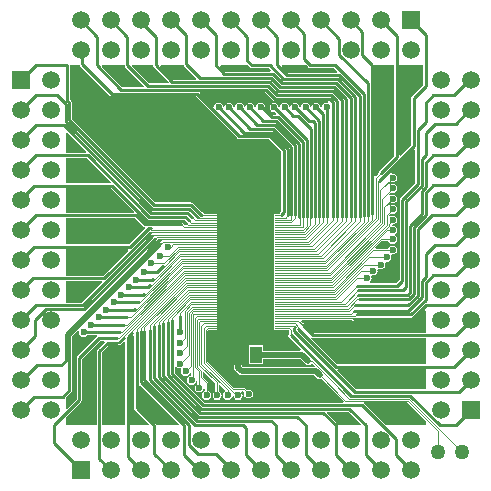
<source format=gtl>
G04*
G04 #@! TF.GenerationSoftware,Altium Limited,Altium Designer,19.1.5 (86)*
G04*
G04 Layer_Physical_Order=1*
G04 Layer_Color=255*
%FSLAX25Y25*%
%MOIN*%
G70*
G01*
G75*
%ADD11C,0.01000*%
%ADD15R,0.05000X0.06500*%
%ADD16R,0.04000X0.05500*%
%ADD17C,0.00400*%
%ADD26C,0.02000*%
%ADD27C,0.00300*%
%ADD28R,0.14496X0.68433*%
%ADD29C,0.05906*%
%ADD30R,0.05906X0.05906*%
%ADD31R,0.05906X0.05906*%
%ADD32C,0.05000*%
%ADD33C,0.02362*%
G36*
X81423Y139423D02*
X81688Y139246D01*
X82000Y139184D01*
X82000Y139184D01*
X87662D01*
X88488Y138358D01*
X88297Y137896D01*
X73257D01*
X71615Y139538D01*
X71807Y140000D01*
X80847D01*
X81423Y139423D01*
D02*
G37*
G36*
X100923Y139423D02*
X100923Y139423D01*
X101188Y139246D01*
X101500Y139184D01*
X101500Y139184D01*
X109462D01*
X110623Y138024D01*
X110431Y137562D01*
X94092D01*
X92115Y139538D01*
X92307Y140000D01*
X100347D01*
X100923Y139423D01*
D02*
G37*
G36*
X59423Y139923D02*
X63588Y135758D01*
X63397Y135296D01*
X55857D01*
X51616Y139538D01*
X51807Y140000D01*
X59372D01*
X59423Y139923D01*
D02*
G37*
G36*
X49246Y139688D02*
X49423Y139423D01*
X54388Y134458D01*
X54197Y133996D01*
X47657D01*
X42116Y139538D01*
X42307Y140000D01*
X49184D01*
X49246Y139688D01*
D02*
G37*
G36*
X39746D02*
X39923Y139423D01*
X46188Y133158D01*
X45997Y132696D01*
X38957D01*
X32116Y139538D01*
X32307Y140000D01*
X39684D01*
X39746Y139688D01*
D02*
G37*
G36*
X89285Y128369D02*
X89549Y128193D01*
X89862Y128130D01*
X89862Y128130D01*
X107379D01*
X107710Y127756D01*
X107237Y127463D01*
X107000Y127510D01*
X106422Y127395D01*
X105932Y127068D01*
X105605Y126578D01*
X105555Y126328D01*
X105002Y126108D01*
X104986Y126119D01*
X104895Y126578D01*
X104568Y127068D01*
X104078Y127395D01*
X103500Y127510D01*
X102922Y127395D01*
X102432Y127068D01*
X102105Y126578D01*
X102055Y126328D01*
X101502Y126108D01*
X101486Y126119D01*
X101395Y126578D01*
X101068Y127068D01*
X100578Y127395D01*
X100000Y127510D01*
X99422Y127395D01*
X98932Y127068D01*
X98605Y126578D01*
X98555Y126328D01*
X98002Y126108D01*
X97986Y126119D01*
X97895Y126578D01*
X97568Y127068D01*
X97078Y127395D01*
X96500Y127510D01*
X95922Y127395D01*
X95432Y127068D01*
X95105Y126578D01*
X95055Y126328D01*
X94502Y126108D01*
X94486Y126119D01*
X94395Y126578D01*
X94068Y127068D01*
X93578Y127395D01*
X93000Y127510D01*
X92422Y127395D01*
X91932Y127068D01*
X91605Y126578D01*
X91555Y126328D01*
X91002Y126108D01*
X90986Y126119D01*
X90895Y126578D01*
X90568Y127068D01*
X90078Y127395D01*
X89500Y127510D01*
X88922Y127395D01*
X88432Y127068D01*
X88105Y126578D01*
X87990Y126000D01*
X88105Y125422D01*
X88432Y124932D01*
X88922Y124605D01*
X89500Y124490D01*
X89797Y124549D01*
X90238Y124108D01*
X90047Y123646D01*
X89007D01*
X86475Y126179D01*
X86395Y126578D01*
X86068Y127068D01*
X85578Y127395D01*
X85000Y127510D01*
X84422Y127395D01*
X83932Y127068D01*
X83605Y126578D01*
X83555Y126328D01*
X83002Y126108D01*
X82986Y126119D01*
X82895Y126578D01*
X82568Y127068D01*
X82078Y127395D01*
X81500Y127510D01*
X80922Y127395D01*
X80432Y127068D01*
X80105Y126578D01*
X80055Y126328D01*
X79502Y126108D01*
X79486Y126119D01*
X79395Y126578D01*
X79068Y127068D01*
X78578Y127395D01*
X78000Y127510D01*
X77422Y127395D01*
X76932Y127068D01*
X76605Y126578D01*
X76555Y126328D01*
X76002Y126108D01*
X75986Y126119D01*
X75895Y126578D01*
X75568Y127068D01*
X75078Y127395D01*
X74500Y127510D01*
X73922Y127395D01*
X73432Y127068D01*
X73105Y126578D01*
X73055Y126328D01*
X72502Y126108D01*
X72486Y126119D01*
X72395Y126578D01*
X72068Y127068D01*
X71578Y127395D01*
X71000Y127510D01*
X70422Y127395D01*
X69932Y127068D01*
X69605Y126578D01*
X69584Y126475D01*
X69042Y126310D01*
X64749Y130603D01*
X64940Y131065D01*
X86589D01*
X89285Y128369D01*
D02*
G37*
G36*
X26907Y111278D02*
X26716Y110816D01*
X20000D01*
Y117532D01*
X20462Y117723D01*
X26907Y111278D01*
D02*
G37*
G36*
X139184Y133338D02*
X135489Y129642D01*
X135312Y129377D01*
X135250Y129065D01*
X135250Y129065D01*
Y113403D01*
X131668Y109821D01*
X131168Y110028D01*
Y140000D01*
X139184D01*
Y133338D01*
D02*
G37*
G36*
X129536Y109690D02*
X124423Y104577D01*
X124246Y104312D01*
X124184Y104000D01*
X124193Y103958D01*
X123316Y103081D01*
X122816Y103288D01*
Y140000D01*
X129536D01*
Y109690D01*
D02*
G37*
G36*
X136550Y111743D02*
Y100719D01*
X131623Y95792D01*
X131446Y95528D01*
X131384Y95215D01*
X131384Y95215D01*
Y68538D01*
X130162Y67316D01*
X121545D01*
X121394Y67816D01*
X121568Y67932D01*
X121895Y68422D01*
X122010Y69000D01*
X121895Y69578D01*
X121878Y69604D01*
X122178Y70054D01*
X122500Y69990D01*
X123078Y70105D01*
X123568Y70432D01*
X123895Y70922D01*
X124010Y71500D01*
X123946Y71821D01*
X124396Y72122D01*
X124422Y72105D01*
X125000Y71990D01*
X125578Y72105D01*
X126068Y72432D01*
X126395Y72922D01*
X126510Y73500D01*
X126395Y74078D01*
X126378Y74104D01*
X126679Y74554D01*
X127000Y74490D01*
X127578Y74605D01*
X128068Y74932D01*
X128395Y75422D01*
X128510Y76000D01*
X128395Y76578D01*
X128378Y76604D01*
X128679Y77054D01*
X129000Y76990D01*
X129578Y77105D01*
X130068Y77432D01*
X130395Y77922D01*
X130510Y78500D01*
X130395Y79078D01*
X130068Y79568D01*
X129578Y79895D01*
X129000Y80010D01*
X128422Y79895D01*
X127932Y79568D01*
X127605Y79078D01*
X127569Y78900D01*
X123359D01*
X123168Y79362D01*
X125264Y81459D01*
X127597D01*
X127605Y81422D01*
X127932Y80932D01*
X128422Y80605D01*
X129000Y80490D01*
X129578Y80605D01*
X130068Y80932D01*
X130395Y81422D01*
X130510Y82000D01*
X130395Y82578D01*
X130068Y83068D01*
X129871Y83199D01*
Y83801D01*
X130068Y83932D01*
X130395Y84422D01*
X130510Y85000D01*
X130395Y85578D01*
X130068Y86068D01*
X129578Y86395D01*
X129000Y86510D01*
X128983Y86507D01*
X128784Y86731D01*
X128910Y86882D01*
X129061Y87002D01*
X129578Y87105D01*
X130068Y87432D01*
X130395Y87922D01*
X130510Y88500D01*
X130395Y89078D01*
X130068Y89568D01*
X129578Y89895D01*
X129000Y90010D01*
X128422Y89895D01*
X128258Y89785D01*
X127939Y90174D01*
X128391Y90626D01*
X128422Y90605D01*
X129000Y90490D01*
X129578Y90605D01*
X130068Y90932D01*
X130395Y91422D01*
X130510Y92000D01*
X130395Y92578D01*
X130068Y93068D01*
X129578Y93395D01*
X129000Y93510D01*
X128422Y93395D01*
X128258Y93286D01*
X127939Y93674D01*
X128391Y94126D01*
X128422Y94105D01*
X129000Y93990D01*
X129578Y94105D01*
X130068Y94432D01*
X130395Y94922D01*
X130510Y95500D01*
X130395Y96078D01*
X130068Y96568D01*
X129578Y96895D01*
X129000Y97010D01*
X128422Y96895D01*
X128258Y96785D01*
X127939Y97174D01*
X128391Y97626D01*
X128422Y97605D01*
X129000Y97490D01*
X129578Y97605D01*
X130068Y97932D01*
X130395Y98422D01*
X130510Y99000D01*
X130395Y99578D01*
X130068Y100068D01*
X129578Y100395D01*
X129000Y100510D01*
X128422Y100395D01*
X128258Y100285D01*
X127939Y100674D01*
X128391Y101126D01*
X128422Y101105D01*
X129000Y100990D01*
X129578Y101105D01*
X130068Y101432D01*
X130395Y101922D01*
X130510Y102500D01*
X130395Y103078D01*
X130068Y103568D01*
X129578Y103895D01*
X129000Y104010D01*
X128839Y103978D01*
X128592Y104439D01*
X136088Y111934D01*
X136550Y111743D01*
D02*
G37*
G36*
X35146Y101200D02*
X34939Y100700D01*
X20000D01*
Y109184D01*
X27162D01*
X35146Y101200D01*
D02*
G37*
G36*
X42907Y91278D02*
X42716Y90816D01*
X20000D01*
Y99069D01*
X35116D01*
X42907Y91278D01*
D02*
G37*
G36*
X45923Y86423D02*
X46188Y86246D01*
X46353Y86214D01*
X46539Y85806D01*
X46550Y85703D01*
X41162Y80316D01*
X20000D01*
Y89184D01*
X43162D01*
X45923Y86423D01*
D02*
G37*
G36*
X40907Y78222D02*
X32501Y69816D01*
X20000D01*
Y78684D01*
X40716D01*
X40907Y78222D01*
D02*
G37*
G36*
X32246Y67722D02*
X25392Y60868D01*
X20000D01*
Y68184D01*
X32054D01*
X32246Y67722D01*
D02*
G37*
G36*
X140000Y58193D02*
Y50816D01*
X102838D01*
X99577Y54077D01*
X99312Y54254D01*
X99000Y54316D01*
X98958Y54307D01*
X98568Y54697D01*
X98760Y55159D01*
X115466D01*
X115623Y54923D01*
X115888Y54746D01*
X116200Y54684D01*
X135500D01*
X135500Y54684D01*
X135812Y54746D01*
X136077Y54923D01*
X139538Y58385D01*
X140000Y58193D01*
D02*
G37*
G36*
X39841Y47821D02*
Y20006D01*
X32063D01*
Y44409D01*
X34338Y46684D01*
X37219D01*
X37531Y46746D01*
X37778Y46911D01*
X37914Y46884D01*
X38226Y46946D01*
X38491Y47123D01*
X39379Y48012D01*
X39841Y47821D01*
D02*
G37*
G36*
X24876Y139971D02*
X34923Y129923D01*
X34923Y129923D01*
X35188Y129746D01*
X35500Y129684D01*
X63360D01*
X77291Y115754D01*
X77291Y115754D01*
X77555Y115577D01*
X77868Y115515D01*
X87801D01*
X91884Y111431D01*
Y91401D01*
X91360Y90877D01*
X91203Y90641D01*
X89937D01*
X89554Y90483D01*
X89429Y90179D01*
X89396Y90100D01*
X89396Y90100D01*
X89548Y89700D01*
X89396Y89300D01*
X89396Y89300D01*
X89396Y89300D01*
X89548Y88900D01*
X89396Y88500D01*
X89396Y88500D01*
X89396Y88500D01*
X89548Y88100D01*
X89396Y87700D01*
X89396Y87700D01*
X89396Y87700D01*
X89548Y87300D01*
X89396Y86900D01*
X89396Y86900D01*
X89396Y86900D01*
X89548Y86500D01*
X89396Y86100D01*
X89396Y86100D01*
X89396Y86100D01*
X89548Y85700D01*
X89396Y85300D01*
X89396Y85300D01*
X89396Y85300D01*
X89548Y84900D01*
X89396Y84500D01*
X89396Y84500D01*
X89396Y84500D01*
X89548Y84100D01*
X89396Y83700D01*
X89396Y83700D01*
X89396Y83700D01*
X89548Y83300D01*
X89396Y82900D01*
X89396Y82900D01*
X89396Y82900D01*
X89548Y82500D01*
X89396Y82100D01*
X89396Y82100D01*
X89396Y82100D01*
X89548Y81700D01*
X89396Y81300D01*
X89396Y81300D01*
X89396Y81300D01*
X89548Y80900D01*
X89396Y80500D01*
X89396Y80500D01*
X89396Y80500D01*
X89548Y80100D01*
X89396Y79700D01*
X89396Y79700D01*
X89396Y79700D01*
X89548Y79300D01*
X89396Y78900D01*
X89396Y78900D01*
X89396Y78900D01*
X89548Y78500D01*
X89396Y78100D01*
X89396Y78100D01*
X89396Y78100D01*
X89548Y77700D01*
X89396Y77300D01*
X89396Y77300D01*
X89396Y77300D01*
X89548Y76900D01*
X89396Y76500D01*
X89396Y76500D01*
X89396Y76500D01*
X89548Y76100D01*
X89396Y75700D01*
X89396Y75700D01*
X89396Y75700D01*
X89548Y75300D01*
X89396Y74900D01*
X89396Y74900D01*
X89396Y74900D01*
X89548Y74500D01*
X89396Y74100D01*
X89396Y74100D01*
X89396Y74100D01*
X89548Y73700D01*
X89396Y73300D01*
X89396Y73300D01*
X89396Y73300D01*
X89548Y72900D01*
X89396Y72500D01*
X89396Y72500D01*
X89396Y72500D01*
X89548Y72100D01*
X89396Y71700D01*
X89396Y71700D01*
X89396Y71700D01*
X89548Y71300D01*
X89396Y70900D01*
X89396Y70900D01*
X89396Y70900D01*
X89548Y70500D01*
X89396Y70100D01*
X89396Y70100D01*
X89396Y70100D01*
X89548Y69700D01*
X89396Y69300D01*
X89396Y69300D01*
X89396Y69300D01*
X89548Y68900D01*
X89396Y68500D01*
X89396Y68500D01*
X89396Y68500D01*
X89548Y68100D01*
X89396Y67700D01*
X89396Y67700D01*
X89396Y67700D01*
X89548Y67300D01*
X89396Y66900D01*
X89396Y66900D01*
X89396Y66900D01*
X89548Y66500D01*
X89396Y66100D01*
X89396Y66100D01*
X89396Y66100D01*
X89548Y65700D01*
X89396Y65300D01*
X89396Y65300D01*
X89396Y65300D01*
X89548Y64900D01*
X89396Y64500D01*
X89396Y64500D01*
X89396Y64500D01*
X89548Y64100D01*
X89396Y63700D01*
X89396Y63700D01*
X89396Y63700D01*
X89548Y63300D01*
X89396Y62900D01*
X89396Y62900D01*
X89396Y62900D01*
X89548Y62500D01*
X89396Y62100D01*
X89396Y62100D01*
X89396Y62100D01*
X89548Y61700D01*
X89396Y61300D01*
X89396Y61300D01*
X89396Y61300D01*
X89548Y60900D01*
X89396Y60500D01*
X89396Y60500D01*
X89396Y60500D01*
X89548Y60100D01*
X89396Y59700D01*
X89396Y59700D01*
X89396Y59700D01*
X89548Y59300D01*
X89396Y58900D01*
X89396Y58900D01*
X89396Y58900D01*
X89548Y58500D01*
X89396Y58100D01*
X89396Y58100D01*
X89396Y58100D01*
X89548Y57700D01*
X89396Y57300D01*
X89396Y57300D01*
X89396Y57300D01*
X89548Y56900D01*
X89396Y56500D01*
X89396Y56500D01*
X89396Y56500D01*
X89548Y56100D01*
X89396Y55700D01*
X89396Y55700D01*
X89396Y55700D01*
X89548Y55300D01*
X89396Y54900D01*
X89396Y54900D01*
X89396Y54900D01*
X89548Y54500D01*
X89396Y54100D01*
X89396Y54100D01*
X89396Y54100D01*
X89548Y53700D01*
X89396Y53300D01*
X89396Y53300D01*
X89396Y53300D01*
X89548Y52900D01*
X89396Y52500D01*
X89396Y52500D01*
X89554Y52117D01*
X89632Y52085D01*
X89937Y51959D01*
X94213D01*
X94459Y51713D01*
Y50600D01*
X94423Y50577D01*
X94246Y50312D01*
X94184Y50000D01*
X94246Y49688D01*
X94423Y49423D01*
X98421Y45426D01*
X98214Y44925D01*
X85800D01*
Y46650D01*
X81200D01*
Y40550D01*
X85800D01*
Y42274D01*
X98305D01*
X100040Y40540D01*
X100470Y40253D01*
X100977Y40152D01*
X101484Y40253D01*
X101914Y40540D01*
X102248Y40573D01*
X102995Y39825D01*
X102788Y39325D01*
X79221D01*
X78825Y39721D01*
Y42600D01*
X78800Y42728D01*
Y46650D01*
X74200D01*
Y40550D01*
X76174D01*
Y39172D01*
X76275Y38664D01*
X76563Y38234D01*
X77734Y37063D01*
X78164Y36775D01*
X78672Y36674D01*
X102915D01*
X103795Y35795D01*
X104225Y35508D01*
X104732Y35407D01*
X105199Y35500D01*
X112683Y28016D01*
X112476Y27516D01*
X66148D01*
X56316Y37348D01*
Y39455D01*
X56816Y39606D01*
X56932Y39432D01*
X57422Y39105D01*
X58000Y38990D01*
X58321Y39054D01*
X58622Y38604D01*
X58605Y38578D01*
X58490Y38000D01*
X58605Y37422D01*
X58932Y36932D01*
X59422Y36605D01*
X60000Y36490D01*
X60578Y36605D01*
X61068Y36932D01*
X61395Y37422D01*
X61440Y37647D01*
X61940Y37598D01*
Y36498D01*
X61422Y36395D01*
X60932Y36068D01*
X60605Y35578D01*
X60490Y35000D01*
X60605Y34422D01*
X60932Y33932D01*
X61422Y33605D01*
X62000Y33490D01*
X62578Y33605D01*
X63068Y33932D01*
X63395Y34422D01*
X63459Y34742D01*
X63959Y34693D01*
Y33902D01*
X63922Y33895D01*
X63432Y33568D01*
X63105Y33078D01*
X62990Y32500D01*
X63105Y31922D01*
X63432Y31432D01*
X63922Y31105D01*
X64500Y30990D01*
X65078Y31105D01*
X65568Y31432D01*
X65895Y31922D01*
X65959Y32242D01*
X66459Y32193D01*
Y31403D01*
X66422Y31395D01*
X65932Y31068D01*
X65605Y30578D01*
X65490Y30000D01*
X65605Y29422D01*
X65932Y28932D01*
X66422Y28605D01*
X67000Y28490D01*
X67578Y28605D01*
X68068Y28932D01*
X68395Y29422D01*
X68510Y30000D01*
X68395Y30578D01*
X68068Y31068D01*
X67578Y31395D01*
X67541Y31403D01*
Y34200D01*
X67383Y34583D01*
X67383Y34583D01*
X65741Y36224D01*
Y37676D01*
X66241Y37883D01*
X69959Y34166D01*
Y31403D01*
X69922Y31395D01*
X69432Y31068D01*
X69105Y30578D01*
X68990Y30000D01*
X69105Y29422D01*
X69432Y28932D01*
X69922Y28605D01*
X70500Y28490D01*
X71078Y28605D01*
X71568Y28932D01*
X71895Y29422D01*
X72010Y30000D01*
X71895Y30578D01*
X71568Y31068D01*
X71078Y31395D01*
X71041Y31403D01*
Y33420D01*
X71503Y33611D01*
X73267Y31847D01*
X73276Y31823D01*
X73215Y31257D01*
X72932Y31068D01*
X72605Y30578D01*
X72490Y30000D01*
X72605Y29422D01*
X72932Y28932D01*
X73422Y28605D01*
X74000Y28490D01*
X74578Y28605D01*
X75068Y28932D01*
X75395Y29422D01*
X75963Y29714D01*
X76011Y29693D01*
X76068Y29609D01*
X76105Y29422D01*
X76432Y28932D01*
X76922Y28605D01*
X77500Y28490D01*
X78078Y28605D01*
X78568Y28932D01*
X78895Y29422D01*
X79010Y30000D01*
X78895Y30578D01*
X78645Y30952D01*
X78833Y31386D01*
X79236Y31404D01*
X79373Y31283D01*
X79594Y31024D01*
X79490Y30500D01*
X79605Y29922D01*
X79932Y29432D01*
X80422Y29105D01*
X81000Y28990D01*
X81578Y29105D01*
X82068Y29432D01*
X82395Y29922D01*
X82510Y30500D01*
X82395Y31078D01*
X82068Y31568D01*
X81578Y31895D01*
X81000Y32010D01*
X80422Y31895D01*
X80391Y31874D01*
X79883Y32383D01*
X79500Y32541D01*
X79500Y32541D01*
X76084D01*
X67241Y41384D01*
Y51476D01*
X67661Y51896D01*
X70063D01*
X70446Y52054D01*
X70571Y52358D01*
X70604Y52437D01*
X70604Y52437D01*
X70452Y52837D01*
X70604Y53237D01*
X70604Y53237D01*
X70604Y53237D01*
X70452Y53637D01*
X70604Y54037D01*
X70604Y54037D01*
X70604Y54037D01*
X70452Y54437D01*
X70604Y54837D01*
X70604Y54837D01*
X70604Y54837D01*
X70452Y55237D01*
X70604Y55637D01*
X70604Y55637D01*
X70604Y55637D01*
X70452Y56037D01*
X70604Y56437D01*
X70604Y56437D01*
X70604Y56437D01*
X70452Y56837D01*
X70604Y57237D01*
X70604Y57237D01*
X70604Y57237D01*
X70452Y57637D01*
X70604Y58037D01*
X70604Y58037D01*
X70604Y58037D01*
X70452Y58437D01*
X70604Y58837D01*
X70604Y58837D01*
X70604Y58837D01*
X70452Y59237D01*
X70604Y59637D01*
X70604Y59637D01*
X70604Y59637D01*
X70452Y60037D01*
X70604Y60437D01*
X70604Y60437D01*
X70604Y60437D01*
X70452Y60837D01*
X70604Y61237D01*
X70604Y61237D01*
X70604Y61237D01*
X70452Y61637D01*
X70604Y62037D01*
X70604Y62037D01*
X70604Y62037D01*
X70452Y62437D01*
X70604Y62837D01*
X70604Y62837D01*
X70604Y62837D01*
X70452Y63237D01*
X70604Y63637D01*
X70604Y63637D01*
X70604Y63637D01*
X70452Y64037D01*
X70604Y64437D01*
X70604Y64437D01*
X70604Y64437D01*
X70452Y64837D01*
X70604Y65237D01*
X70604Y65237D01*
X70604Y65237D01*
X70452Y65637D01*
X70604Y66037D01*
X70604Y66037D01*
X70604Y66037D01*
X70452Y66437D01*
X70604Y66837D01*
X70604Y66837D01*
X70604Y66837D01*
X70452Y67237D01*
X70604Y67637D01*
X70604Y67637D01*
X70604Y67637D01*
X70452Y68037D01*
X70604Y68437D01*
X70604Y68437D01*
X70604Y68437D01*
X70452Y68837D01*
X70604Y69237D01*
X70604Y69237D01*
X70604Y69237D01*
X70452Y69637D01*
X70604Y70037D01*
X70604Y70037D01*
X70604Y70037D01*
X70452Y70437D01*
X70604Y70837D01*
X70604Y70837D01*
X70604Y70837D01*
X70452Y71237D01*
X70604Y71637D01*
X70604Y71637D01*
X70604Y71637D01*
X70452Y72037D01*
X70604Y72437D01*
X70604Y72437D01*
X70604Y72437D01*
X70452Y72837D01*
X70604Y73237D01*
X70604Y73237D01*
X70604Y73237D01*
X70452Y73637D01*
X70604Y74037D01*
X70604Y74037D01*
X70604Y74037D01*
X70452Y74437D01*
X70604Y74837D01*
X70604Y74837D01*
X70604Y74837D01*
X70452Y75237D01*
X70604Y75637D01*
X70604Y75637D01*
X70604Y75637D01*
X70452Y76037D01*
X70604Y76437D01*
X70604Y76437D01*
X70604Y76437D01*
X70452Y76837D01*
X70604Y77237D01*
X70604Y77237D01*
X70604Y77237D01*
X70452Y77637D01*
X70604Y78037D01*
X70604Y78037D01*
X70604Y78037D01*
X70452Y78437D01*
X70604Y78837D01*
X70604Y78837D01*
X70604Y78837D01*
X70452Y79237D01*
X70604Y79637D01*
X70604Y79637D01*
X70604Y79637D01*
X70452Y80037D01*
X70604Y80437D01*
X70604Y80437D01*
X70604Y80437D01*
X70452Y80837D01*
X70604Y81237D01*
X70604Y81237D01*
X70604Y81237D01*
X70452Y81637D01*
X70604Y82037D01*
X70604Y82037D01*
X70604Y82037D01*
X70452Y82437D01*
X70604Y82837D01*
X70604Y82837D01*
X70604Y82837D01*
X70452Y83237D01*
X70604Y83637D01*
X70604Y83637D01*
X70604Y83637D01*
X70452Y84037D01*
X70604Y84437D01*
X70604Y84437D01*
X70446Y84820D01*
X70604Y85237D01*
X70604Y85237D01*
X70604Y85237D01*
X70446Y85654D01*
X70571Y85958D01*
X70604Y86037D01*
X70604Y86037D01*
X70452Y86437D01*
X70604Y86837D01*
X70604Y86837D01*
X70604Y86837D01*
X70452Y87237D01*
X70604Y87637D01*
X70604Y87637D01*
X70604Y87637D01*
X70452Y88037D01*
X70604Y88437D01*
X70604Y88437D01*
X70604Y88437D01*
X70452Y88837D01*
X70604Y89237D01*
X70604Y89237D01*
X70604Y89237D01*
X70452Y89637D01*
X70604Y90037D01*
X70604Y90037D01*
X70446Y90420D01*
X70368Y90452D01*
X70063Y90578D01*
X66297D01*
X66140Y90814D01*
X65875Y90991D01*
X65563Y91053D01*
X65439D01*
X62415Y94077D01*
X62151Y94254D01*
X61839Y94316D01*
X61838Y94316D01*
X49853D01*
X22116Y122053D01*
Y127538D01*
X22116Y127539D01*
X22054Y127851D01*
X21877Y128115D01*
X21316Y128676D01*
Y140000D01*
X24856D01*
X24876Y139971D01*
D02*
G37*
G36*
X102188Y49246D02*
X102500Y49184D01*
X102500Y49184D01*
X140000D01*
Y40316D01*
X110338D01*
X101647Y49006D01*
X101966Y49395D01*
X102188Y49246D01*
D02*
G37*
G36*
X140000Y32063D02*
X116752D01*
X110593Y38222D01*
X110784Y38684D01*
X140000D01*
Y32063D01*
D02*
G37*
G36*
X24577Y51576D02*
X24598Y51545D01*
X24490Y51000D01*
X24605Y50422D01*
X24932Y49932D01*
X25422Y49605D01*
X26000Y49490D01*
X26578Y49605D01*
X27068Y49932D01*
X27236Y50184D01*
X30485D01*
X30584Y49684D01*
X30423Y49577D01*
X30423Y49577D01*
X23923Y43077D01*
X23746Y42812D01*
X23684Y42500D01*
X23684Y42500D01*
Y28838D01*
X20462Y25616D01*
X20000Y25807D01*
Y29346D01*
X21877Y31223D01*
X21877Y31223D01*
X22054Y31488D01*
X22116Y31800D01*
X22116Y31800D01*
Y49770D01*
X24087Y51741D01*
X24577Y51576D01*
D02*
G37*
G36*
X138134Y23389D02*
X140000Y21523D01*
Y20009D01*
X139994Y20006D01*
X126647D01*
X119448Y27206D01*
X119504Y27489D01*
X119634Y27706D01*
X133817D01*
X138134Y23389D01*
D02*
G37*
G36*
X118378Y20468D02*
X118187Y20006D01*
X110814D01*
X110754Y20312D01*
X110577Y20577D01*
X110577Y20577D01*
X107031Y24122D01*
X107222Y24584D01*
X114262D01*
X118378Y20468D01*
D02*
G37*
G36*
X57878D02*
X57687Y20006D01*
X50314D01*
X50254Y20312D01*
X50077Y20577D01*
X50077Y20577D01*
X44516Y26138D01*
Y33178D01*
X44978Y33369D01*
X57878Y20468D01*
D02*
G37*
G36*
X42884Y49961D02*
Y25800D01*
X42884Y25800D01*
X42946Y25488D01*
X43123Y25223D01*
X47878Y20468D01*
X47687Y20006D01*
X41473D01*
Y49257D01*
X42384Y50169D01*
X42884Y49961D01*
D02*
G37*
G36*
X33031Y47684D02*
X30670Y45324D01*
X30494Y45059D01*
X30432Y44747D01*
X30432Y44747D01*
Y20006D01*
X20000D01*
Y22847D01*
X25077Y27923D01*
X25077Y27923D01*
X25254Y28188D01*
X25316Y28500D01*
X25316Y28500D01*
Y42162D01*
X31338Y48184D01*
X32824D01*
X33031Y47684D01*
D02*
G37*
%LPC*%
G36*
X86496Y110758D02*
X73504D01*
X73274Y110663D01*
X73179Y110433D01*
Y109403D01*
X73084Y108925D01*
X73179Y108448D01*
Y106647D01*
X73084Y106169D01*
X73179Y105692D01*
Y103891D01*
X73084Y103414D01*
X73179Y102936D01*
Y101135D01*
X73084Y100658D01*
X73179Y100180D01*
Y98379D01*
X73084Y97902D01*
X73179Y97424D01*
Y95611D01*
X73084Y95134D01*
X73179Y94657D01*
Y92867D01*
X73084Y92390D01*
X73179Y91913D01*
Y90111D01*
X73084Y89634D01*
X73179Y89157D01*
Y87344D01*
X73084Y86866D01*
X73179Y86389D01*
Y84588D01*
X73084Y84110D01*
X73179Y83633D01*
Y81832D01*
X73084Y81354D01*
X73179Y80877D01*
Y79076D01*
X73084Y78599D01*
X73179Y78121D01*
Y76308D01*
X73084Y75831D01*
X73179Y75353D01*
Y73552D01*
X73084Y73075D01*
X73179Y72597D01*
Y70796D01*
X73084Y70319D01*
X73179Y69842D01*
Y68040D01*
X73084Y67563D01*
X73179Y67086D01*
Y65273D01*
X73084Y64795D01*
X73179Y64318D01*
Y62517D01*
X73084Y62039D01*
X73179Y61562D01*
Y59761D01*
X73084Y59283D01*
X73179Y58806D01*
Y57005D01*
X73084Y56528D01*
X73179Y56050D01*
Y54237D01*
X73084Y53760D01*
X73179Y53282D01*
Y51481D01*
X73084Y51004D01*
X73179Y50527D01*
Y49567D01*
X73274Y49337D01*
X73504Y49242D01*
X86496D01*
X86726Y49337D01*
X86821Y49567D01*
Y50138D01*
X87013Y50426D01*
X87128Y51004D01*
X87013Y51582D01*
X86821Y51870D01*
Y52894D01*
X87013Y53182D01*
X87128Y53760D01*
X87013Y54338D01*
X86821Y54626D01*
Y55661D01*
X87013Y55950D01*
X87128Y56528D01*
X87013Y57105D01*
X86821Y57394D01*
Y58417D01*
X87013Y58706D01*
X87128Y59283D01*
X87013Y59861D01*
X86821Y60150D01*
Y61173D01*
X87013Y61462D01*
X87128Y62039D01*
X87013Y62617D01*
X86821Y62906D01*
Y63929D01*
X87013Y64218D01*
X87128Y64795D01*
X87013Y65373D01*
X86821Y65662D01*
Y66697D01*
X87013Y66985D01*
X87128Y67563D01*
X87013Y68141D01*
X86821Y68429D01*
Y69453D01*
X87013Y69741D01*
X87128Y70319D01*
X87013Y70897D01*
X86821Y71185D01*
Y72209D01*
X87013Y72497D01*
X87128Y73075D01*
X87013Y73653D01*
X86821Y73941D01*
Y74965D01*
X87013Y75253D01*
X87128Y75831D01*
X87013Y76409D01*
X86821Y76697D01*
Y77732D01*
X87013Y78021D01*
X87128Y78599D01*
X87013Y79176D01*
X86821Y79465D01*
Y80488D01*
X87013Y80777D01*
X87128Y81354D01*
X87013Y81932D01*
X86821Y82221D01*
Y83244D01*
X87013Y83533D01*
X87128Y84110D01*
X87013Y84688D01*
X86821Y84977D01*
Y86000D01*
X87013Y86288D01*
X87128Y86866D01*
X87013Y87444D01*
X86821Y87732D01*
Y88768D01*
X87013Y89056D01*
X87128Y89634D01*
X87013Y90212D01*
X86821Y90500D01*
Y91524D01*
X87013Y91812D01*
X87128Y92390D01*
X87013Y92968D01*
X86821Y93256D01*
Y94268D01*
X87013Y94556D01*
X87128Y95134D01*
X87013Y95712D01*
X86821Y96000D01*
Y97035D01*
X87013Y97324D01*
X87128Y97902D01*
X87013Y98479D01*
X86821Y98768D01*
Y99791D01*
X87013Y100080D01*
X87128Y100658D01*
X87013Y101235D01*
X86821Y101524D01*
Y102548D01*
X87013Y102836D01*
X87128Y103414D01*
X87013Y103991D01*
X86821Y104280D01*
Y105303D01*
X87013Y105591D01*
X87128Y106169D01*
X87013Y106747D01*
X86821Y107036D01*
Y108059D01*
X87013Y108347D01*
X87128Y108925D01*
X87013Y109503D01*
X86821Y109792D01*
Y110433D01*
X86726Y110663D01*
X86496Y110758D01*
D02*
G37*
%LPD*%
D11*
X144693Y20000D02*
X150000D01*
X134746Y29947D02*
X144693Y20000D01*
X150000D02*
X155000Y25000D01*
X115053Y29947D02*
X134746D01*
X130000Y10000D02*
Y15500D01*
X118800Y26700D02*
X130000Y15500D01*
X65810Y26700D02*
X118800D01*
X95000Y50000D02*
X115053Y29947D01*
X97500Y52000D02*
X110000Y39500D01*
X149500D01*
X102500Y50000D02*
X150000D01*
X99000Y53500D02*
X102500Y50000D01*
X150000D02*
X155000Y55000D01*
X96200Y51461D02*
X116414Y31247D01*
X96200Y51461D02*
Y52539D01*
X116414Y31247D02*
X151247D01*
X155000Y35000D01*
X149500Y39500D02*
X155000Y45000D01*
X96331Y52669D02*
X96331D01*
X96200Y52539D02*
X96331Y52669D01*
X91937Y90300D02*
X92700Y91063D01*
Y111769D01*
X88138Y116331D02*
X92700Y111769D01*
X77868Y116331D02*
X88138D01*
X63698Y130500D02*
X77868Y116331D01*
X35500Y130500D02*
X63698D01*
X85969Y121531D02*
X90292D01*
X83769Y120231D02*
X89754D01*
X89215Y118931D02*
X95300Y112846D01*
X81569Y118931D02*
X89215D01*
X88677Y117631D02*
X94000Y112308D01*
X79369Y117631D02*
X88677D01*
X85000Y126000D02*
X85500D01*
X89754Y120231D02*
X96600Y113385D01*
X90292Y121531D02*
X97900Y113923D01*
X71000Y126000D02*
X79369Y117631D01*
X85500Y126000D02*
X88669Y122831D01*
X78000Y126000D02*
X83769Y120231D01*
X81500Y126000D02*
X85969Y121531D01*
X74500Y126000D02*
X81569Y118931D01*
X25453Y140547D02*
X35500Y130500D01*
X25453Y140547D02*
Y144547D01*
X25000Y145000D02*
X25453Y144547D01*
X94000Y90000D02*
Y112308D01*
X97900Y89500D02*
Y113923D01*
X99200Y89500D02*
Y114462D01*
X90831Y122831D02*
X99200Y114462D01*
X100500Y89500D02*
Y115000D01*
X89500Y126000D02*
X100500Y115000D01*
X101800Y89500D02*
Y118861D01*
X97581Y123081D02*
X101800Y118861D01*
X103100Y89500D02*
Y120900D01*
X102500Y121500D02*
X103100Y120900D01*
X101000Y121500D02*
X102500D01*
X96500Y126000D02*
X101000Y121500D01*
X104400Y89500D02*
Y121600D01*
X105700Y89500D02*
Y123800D01*
X107000Y89500D02*
Y126000D01*
X109000Y89500D02*
Y127931D01*
X110500Y89500D02*
Y128269D01*
X112000Y89500D02*
Y128608D01*
X113500Y89500D02*
Y128946D01*
X115000Y89500D02*
Y129285D01*
X116500Y89500D02*
Y129623D01*
X95300Y90000D02*
Y112846D01*
X88669Y122831D02*
X90831D01*
X96600Y90000D02*
Y113385D01*
X38619Y131881D02*
X86927D01*
X47319Y133181D02*
X87465D01*
X55519Y134481D02*
X88004D01*
X64719Y135781D02*
X88542D01*
X72919Y137081D02*
X89081D01*
X70000Y140000D02*
X72919Y137081D01*
X88542Y135781D02*
X91477Y132846D01*
X60000Y140500D02*
X64719Y135781D01*
X40500Y140000D02*
X47319Y133181D01*
X50000Y140000D02*
X55519Y134481D01*
X88004D02*
X90939Y131546D01*
X30500Y140000D02*
X38619Y131881D01*
X86927D02*
X89862Y128946D01*
X87465Y133181D02*
X90400Y130246D01*
X89081Y137081D02*
X92015Y134146D01*
X70000Y140000D02*
Y150000D01*
X89862Y128946D02*
X107985D01*
X90400Y130246D02*
X108523D01*
X90939Y131546D02*
X109062D01*
X91477Y132846D02*
X109600D01*
X92015Y134146D02*
X110138D01*
X92554Y135446D02*
X110677D01*
X88000Y140000D02*
X92554Y135446D01*
X93754Y136746D02*
X111215D01*
X90500Y140000D02*
X93754Y136746D01*
X108523Y130246D02*
X110500Y128269D01*
X110677Y135446D02*
X116500Y129623D01*
X110138Y134146D02*
X115000Y129285D01*
X109600Y132846D02*
X113500Y128946D01*
X107985Y128946D02*
X109000Y127931D01*
X111215Y136746D02*
X118000Y129962D01*
X109062Y131546D02*
X112000Y128608D01*
X100000Y126000D02*
X104400Y121600D01*
X103500Y126000D02*
X105700Y123800D01*
X95919Y123081D02*
X97581D01*
X93000Y126000D02*
X95919Y123081D01*
X118000Y89500D02*
Y129962D01*
X109800Y140000D02*
X119400Y130400D01*
X101500Y140000D02*
X109800D01*
X119400Y89900D02*
Y130400D01*
X111247Y143446D02*
Y148753D01*
Y143446D02*
X120700Y133993D01*
X105000Y155000D02*
X111247Y148753D01*
X120700Y89831D02*
Y133993D01*
X122000Y90369D02*
Y140198D01*
X118753Y143446D02*
X122000Y140198D01*
X25000Y155000D02*
X30500Y149500D01*
Y140000D02*
Y149500D01*
X35000Y155000D02*
X40500Y149500D01*
Y140000D02*
Y149500D01*
X50000Y140000D02*
Y149500D01*
X45000Y154500D02*
X50000Y149500D01*
X132200Y68200D02*
Y95215D01*
X133500Y66000D02*
Y94677D01*
X138665Y99842D01*
X132200Y95215D02*
X137365Y100381D01*
X47700Y85700D02*
X48500D01*
X41500Y79500D02*
X47700Y85700D01*
X48138Y84300D02*
X48276D01*
X32838Y69000D02*
X48138Y84300D01*
X26268Y58753D02*
X49684Y82169D01*
X51191Y81837D02*
X51391D01*
X20000Y50646D02*
X51191Y81837D01*
X21300Y50108D02*
X51596Y80404D01*
X40657Y49595D02*
X42031Y50969D01*
X40657Y9343D02*
Y49595D01*
X37914Y47700D02*
X39357Y49143D01*
X40657Y9343D02*
X45000Y5000D01*
X58000Y51000D02*
Y56500D01*
X55500Y37010D02*
Y55000D01*
X54000Y36672D02*
Y54500D01*
X52500Y36333D02*
Y54000D01*
X51000Y35995D02*
Y53500D01*
X49500Y35656D02*
Y53000D01*
X48000Y35177D02*
Y51951D01*
X45000Y34500D02*
Y51441D01*
X43700Y25800D02*
Y51286D01*
X34000Y47500D02*
X37219D01*
X45000Y154500D02*
Y155000D01*
X55000D02*
X60000Y150000D01*
Y140500D02*
Y150000D01*
X65000Y155000D02*
X70000Y150000D01*
X75000Y155000D02*
X80500Y149500D01*
Y141500D02*
Y149500D01*
Y141500D02*
X82000Y140000D01*
X88000D01*
X85000Y155000D02*
X90500Y149500D01*
Y140000D02*
Y149500D01*
X95000Y155000D02*
X99500Y150500D01*
Y142000D02*
Y150500D01*
Y142000D02*
X101500Y140000D01*
X118750Y146557D02*
Y151250D01*
Y146557D02*
X118753Y146554D01*
Y143446D02*
Y146554D01*
X115000Y155000D02*
X118750Y151250D01*
X130352Y109352D02*
Y149648D01*
X125000Y104000D02*
X130352Y109352D01*
X125000Y155000D02*
X130352Y149648D01*
X140000Y133000D02*
Y150000D01*
X136065Y129065D02*
X140000Y133000D01*
X135000Y155000D02*
X140000Y150000D01*
X136065Y113065D02*
Y129065D01*
X124500Y101500D02*
X136065Y113065D01*
X134800Y86638D02*
X138700Y90539D01*
X134800Y64315D02*
Y86638D01*
X136100Y86100D02*
X140000Y90000D01*
X136100Y63777D02*
Y86100D01*
X137400Y85400D02*
X142000Y90000D01*
X137400Y63239D02*
Y85400D01*
X117000Y66500D02*
X130500D01*
X117500Y65000D02*
X132500D01*
X130500Y66500D02*
X132200Y68200D01*
X132500Y65000D02*
X133500Y66000D01*
X117500Y63500D02*
X133985D01*
X134800Y64315D01*
X116300Y58300D02*
X134300D01*
X116000Y58000D02*
X116300Y58300D01*
X116500Y60000D02*
X134161D01*
X149500Y130000D02*
X154500Y135000D01*
X155000D01*
X142500Y130000D02*
X149500D01*
X140000Y127500D02*
X142500Y130000D01*
X140000Y121000D02*
Y127500D01*
X137365Y118365D02*
X140000Y121000D01*
X137365Y100381D02*
Y118365D01*
X143000Y120500D02*
X150000D01*
X140000Y117500D02*
X143000Y120500D01*
X150000D02*
X154500Y125000D01*
X155000D01*
X138665Y99842D02*
Y108665D01*
X140000Y110000D02*
Y117500D01*
X142500Y110000D02*
X150000D01*
X140000Y107500D02*
X142500Y110000D01*
X150000D02*
X155000Y115000D01*
X138665Y108665D02*
X140000Y110000D01*
X138700Y98039D02*
X140000Y99339D01*
X138700Y90539D02*
Y98039D01*
X140000Y99339D02*
Y107500D01*
Y90000D02*
Y97500D01*
X117793Y62000D02*
X134323D01*
X136100Y63777D01*
X134161Y60000D02*
X137400Y63239D01*
X117000Y57000D02*
X135161D01*
X116200Y55500D02*
X135500D01*
X134300Y58300D02*
X138700Y62700D01*
X135500Y55500D02*
X140000Y60000D01*
X135161Y57000D02*
X140000Y61839D01*
Y67500D01*
X150000Y100000D02*
X155000Y105000D01*
X142500Y100000D02*
X150000D01*
X140000Y97500D02*
X142500Y100000D01*
X150000Y90000D02*
X155000Y95000D01*
X142000Y90000D02*
X150000D01*
X143000Y80000D02*
X150000D01*
X140000Y77000D02*
X143000Y80000D01*
X150000D02*
X155000Y85000D01*
X138700Y62700D02*
Y68200D01*
X140000Y67500D02*
X142500Y70000D01*
X138700Y68200D02*
X140000Y69500D01*
Y77000D01*
X142500Y70000D02*
X150000D01*
X155000Y75000D01*
X150000Y60000D02*
X155000Y65000D01*
X140000Y60000D02*
X150000D01*
X130000Y10000D02*
X135000Y5000D01*
X65272Y25400D02*
X114600D01*
X64733Y24100D02*
X105900D01*
X64195Y22800D02*
X97200D01*
X63656Y21500D02*
X88500D01*
X63177Y20000D02*
X79000D01*
X80000Y10000D02*
Y19000D01*
X97200Y22800D02*
X100000Y20000D01*
X114600Y25400D02*
X120000Y20000D01*
X51000Y35995D02*
X64195Y22800D01*
X105900Y24100D02*
X110000Y20000D01*
X54000Y36672D02*
X65272Y25400D01*
X88500Y21500D02*
X90000Y20000D01*
X49500Y35656D02*
X63656Y21500D01*
X90000Y10000D02*
Y20000D01*
X55500Y37010D02*
X65810Y26700D01*
X100000Y10000D02*
Y20000D01*
X79000D02*
X80000Y19000D01*
X48000Y35177D02*
X63177Y20000D01*
X52500Y36333D02*
X64733Y24100D01*
X46300Y35039D02*
X61247Y20091D01*
X45000Y34500D02*
X59500Y20000D01*
Y10000D02*
Y20000D01*
X61247Y13446D02*
Y20091D01*
X46300Y35039D02*
Y51596D01*
X120000Y10000D02*
X125000Y5000D01*
X120000Y10000D02*
Y20000D01*
X110000Y10000D02*
Y20000D01*
Y10000D02*
X115000Y5000D01*
X100000Y10000D02*
X105000Y5000D01*
X90000Y10000D02*
X95000Y5000D01*
X50466Y71000D02*
X52483Y73017D01*
X46000Y71000D02*
X50466D01*
X48956Y68500D02*
X49168Y68712D01*
X43500Y68500D02*
X48956D01*
X25730Y60053D02*
X48677Y83000D01*
X41000Y66000D02*
X47446D01*
X21300Y31800D02*
Y50108D01*
X13446Y58753D02*
X26268D01*
X5000Y55000D02*
X10053Y60053D01*
X9000Y69000D02*
X32838D01*
X20000Y41500D02*
Y50646D01*
X47446Y66000D02*
X48223Y66777D01*
X10053Y60053D02*
X25730D01*
X45936Y63500D02*
X46148Y63712D01*
X38500Y63500D02*
X45936D01*
X44425Y61000D02*
X44638Y61212D01*
X36000Y61000D02*
X44425D01*
X42915Y58500D02*
X43128Y58712D01*
X33500Y58500D02*
X42915D01*
X31000Y56000D02*
X40500D01*
X28500Y53500D02*
X39500D01*
X26000Y51000D02*
X38000D01*
X31000Y49000D02*
X37000D01*
X43700Y25800D02*
X49500Y20000D01*
X64193Y10500D02*
X70000D01*
X61247Y13446D02*
X64193Y10500D01*
X80000Y10000D02*
X85000Y5000D01*
X70000Y10500D02*
X75000Y5500D01*
Y5000D02*
Y5500D01*
X59500Y10000D02*
X64500Y5000D01*
X65000D01*
X49500Y10500D02*
X55000Y5000D01*
X49500Y10500D02*
Y20000D01*
X31247Y8753D02*
Y44747D01*
Y8753D02*
X35000Y5000D01*
X31247Y44747D02*
X34000Y47500D01*
X16000Y14000D02*
Y20000D01*
Y14000D02*
X25000Y5000D01*
X16000Y20000D02*
X24500Y28500D01*
Y42500D01*
X31000Y49000D01*
X9500Y79500D02*
X41500D01*
X18500Y40000D02*
X20000Y41500D01*
X19000Y29500D02*
X21300Y31800D01*
X5000Y75000D02*
X9500Y79500D01*
X59800Y87500D02*
X60000D01*
X59800D02*
Y87538D01*
X59039Y88300D02*
X59800Y87538D01*
X47038Y88300D02*
X59039D01*
X35454Y99885D02*
X47038Y88300D01*
X9385Y99885D02*
X35454D01*
X47900Y89600D02*
X59900D01*
X27500Y110000D02*
X47900Y89600D01*
X10000Y110000D02*
X27500D01*
X48439Y90900D02*
X60600D01*
X19339Y120000D02*
X48439Y90900D01*
X10000Y120000D02*
X19339D01*
X5000Y115000D02*
X10000Y120000D01*
X20500Y128339D02*
Y140000D01*
Y128339D02*
X21300Y127539D01*
Y121715D02*
Y127539D01*
Y121715D02*
X49515Y93500D01*
X61839D01*
X10000Y140000D02*
X20500D01*
X48977Y92200D02*
X61300D01*
X20000Y121177D02*
X48977Y92200D01*
X20000Y121177D02*
Y127000D01*
X17000Y130000D02*
X20000Y127000D01*
X10000Y130000D02*
X17000D01*
X5000Y125000D02*
X10000Y130000D01*
X59900Y89600D02*
X61000Y88500D01*
X61300Y92200D02*
X64000Y89500D01*
X5000Y25000D02*
X9500Y29500D01*
X19000D01*
X10500Y40000D02*
X18500D01*
X5500Y35000D02*
X10500Y40000D01*
X5000Y35000D02*
X5500D01*
X9692Y54999D02*
X13446Y58753D01*
X9692Y49692D02*
Y54999D01*
X5000Y45000D02*
X9692Y49692D01*
X5000Y65000D02*
X9000Y69000D01*
X65101Y90237D02*
X65563D01*
X61839Y93500D02*
X65101Y90237D01*
X60600Y90900D02*
X62000Y89500D01*
X46500Y87000D02*
X58500D01*
X43500Y90000D02*
X46500Y87000D01*
X10000Y90000D02*
X43500D01*
X5000Y85000D02*
X10000Y90000D01*
X5000Y95500D02*
X9385Y99885D01*
X5000Y95000D02*
Y95500D01*
Y105000D02*
X10000Y110000D01*
X5000Y135000D02*
X10000Y140000D01*
D15*
X76500Y43600D02*
D03*
D16*
X83500D02*
D03*
D17*
X144000Y11000D02*
Y14100D01*
Y18289D01*
X138517Y23772D02*
X144000Y18289D01*
X134041Y28247D02*
X138517Y23772D01*
X129500Y28247D02*
X134041D01*
X119000D02*
X129500D01*
X113217D02*
X119000D01*
X104732Y36732D02*
X113217Y28247D01*
X152000Y11000D02*
Y11279D01*
X139198Y24081D02*
X152000Y11279D01*
X134331Y28947D02*
X139198Y24081D01*
X132500Y28947D02*
X134331D01*
X122000D02*
X132500D01*
X114639D02*
X122000D01*
X109543Y34043D02*
X114639Y28947D01*
X102109Y41477D02*
X109543Y34043D01*
X100977Y41477D02*
X102109D01*
X95000Y50000D02*
Y51937D01*
X94437Y52500D02*
X95000Y51937D01*
X89937Y52500D02*
X94437D01*
X97500Y52000D02*
Y52914D01*
X96314Y54100D02*
X97500Y52914D01*
X89937Y53300D02*
X95700D01*
X96331Y52669D01*
X89937Y54100D02*
X96314D01*
X97600Y54900D02*
X99000Y53500D01*
X89937Y54900D02*
X97600D01*
X89937Y55700D02*
X116000D01*
X89937Y56500D02*
X116500D01*
X89937Y57300D02*
X115300D01*
X89937Y58100D02*
X114600D01*
X89937Y58900D02*
X113986D01*
X89937Y59700D02*
X113796D01*
X89937Y60500D02*
X113000D01*
X89937Y61300D02*
X111800D01*
X107170Y71700D02*
X124200Y88730D01*
X89937Y71700D02*
X107170D01*
X124200Y88730D02*
Y101200D01*
X123500Y89020D02*
Y102500D01*
X106980Y72500D02*
X123500Y89020D01*
X89937Y72500D02*
X106980D01*
X122000Y88510D02*
Y90369D01*
X106790Y73300D02*
X122000Y88510D01*
X89937Y73300D02*
X106790D01*
X120700Y88200D02*
Y89831D01*
X106600Y74100D02*
X120700Y88200D01*
X89937Y74100D02*
X106600D01*
X119400Y87900D02*
Y89900D01*
X106400Y74900D02*
X119400Y87900D01*
X89937Y74900D02*
X106400D01*
X118000Y88000D02*
Y89500D01*
X105700Y75700D02*
X118000Y88000D01*
X89937Y75700D02*
X105700D01*
X116500Y88000D02*
Y89500D01*
X105000Y76500D02*
X116500Y88000D01*
X89937Y76500D02*
X105000D01*
X115000Y88000D02*
Y89500D01*
X104300Y77300D02*
X115000Y88000D01*
X89937Y77300D02*
X104300D01*
X113500Y88000D02*
Y89500D01*
X103600Y78100D02*
X113500Y88000D01*
X89937Y78100D02*
X103600D01*
X112000Y88000D02*
Y89500D01*
X102900Y78900D02*
X112000Y88000D01*
X89937Y78900D02*
X102900D01*
X110606Y88106D02*
Y89394D01*
X102200Y79700D02*
X110606Y88106D01*
X89937Y79700D02*
X102200D01*
X109000Y88500D02*
Y89500D01*
X101000Y80500D02*
X109000Y88500D01*
X89937Y80500D02*
X101000D01*
X107000Y87500D02*
Y89500D01*
X100800Y81300D02*
X107000Y87500D01*
X89937Y81300D02*
X100800D01*
X105700Y87710D02*
Y89000D01*
X100090Y82100D02*
X105700Y87710D01*
X89937Y82100D02*
X100090D01*
X104400Y87400D02*
Y89500D01*
X99900Y82900D02*
X104400Y87400D01*
X89937Y82900D02*
X99900D01*
X89937Y86100D02*
X94437D01*
X89937Y90100D02*
X91937D01*
X89937Y89300D02*
X93437D01*
X89937Y84500D02*
X94437D01*
X89937Y83700D02*
X94437D01*
X108001Y70900D02*
X124900Y87799D01*
X108191Y70100D02*
X125600Y87510D01*
X108380Y69300D02*
X126300Y87220D01*
X108570Y68500D02*
X127000Y86930D01*
X108760Y67700D02*
X127700Y86640D01*
X108950Y66900D02*
X127050Y85000D01*
X109140Y66100D02*
X125040Y82000D01*
X109330Y65300D02*
X122389Y78359D01*
X121020Y76000D02*
X127000D01*
X109520Y64500D02*
X121020Y76000D01*
X119510Y73500D02*
X125000D01*
X109710Y63700D02*
X119510Y73500D01*
X118500Y71500D02*
X122500D01*
X109900Y62900D02*
X118500Y71500D01*
X117000Y69000D02*
X120500D01*
X110100Y62100D02*
X117000Y69000D01*
X110500Y89500D02*
X110606Y89394D01*
X114600Y58100D02*
X116500Y60000D01*
X123500Y102500D02*
X125000Y104000D01*
X124900Y98400D02*
X129000Y102500D01*
X124900Y87799D02*
Y98400D01*
X125600Y95600D02*
X129000Y99000D01*
X125600Y87510D02*
Y95600D01*
X126300Y92800D02*
X129000Y95500D01*
X126300Y87220D02*
Y92800D01*
X127000Y90000D02*
X129000Y92000D01*
X127000Y86930D02*
Y90000D01*
X89937Y63700D02*
X109710D01*
X89937Y68500D02*
X108570D01*
X125040Y82000D02*
X129000D01*
X89937Y67700D02*
X108760D01*
X127050Y85000D02*
X129000D01*
X122389Y78359D02*
X128859D01*
X89937Y70900D02*
X108001D01*
X89937Y70100D02*
X108191D01*
X89937Y62100D02*
X110100D01*
X127700Y86640D02*
Y87200D01*
X89937Y66900D02*
X108950D01*
X89937Y69300D02*
X108380D01*
X89937Y65300D02*
X109330D01*
X89937Y66100D02*
X109140D01*
X89937Y64500D02*
X109520D01*
X89937Y62900D02*
X109900D01*
X127700Y87200D02*
X129000Y88500D01*
X116500Y56500D02*
X117000Y57000D01*
X113986Y58900D02*
X117086Y62000D01*
X115300Y57300D02*
X116000Y58000D01*
X117086Y62000D02*
X117793D01*
X48500Y85300D02*
X70000D01*
X48276Y84437D02*
X70063D01*
X48138Y84300D02*
X48276Y84437D01*
X70000Y85300D02*
X70063Y85237D01*
X49684Y82169D02*
X50352Y82837D01*
X49314Y83637D02*
X70063D01*
X48677Y83000D02*
X49314Y83637D01*
X51391Y82037D02*
X70063D01*
X51191Y81837D02*
X51391Y82037D01*
X51596Y80404D02*
X52429Y81237D01*
X37800Y49000D02*
X59636Y70837D01*
X37000Y49000D02*
X37800D01*
X58000Y56500D02*
Y57463D01*
X55500Y55000D02*
Y55953D01*
X54000Y54500D02*
Y55443D01*
X52500Y54000D02*
Y54932D01*
X51000Y53500D02*
Y54422D01*
X49500Y53000D02*
Y53912D01*
X48000Y51951D02*
Y53402D01*
X46300Y51596D02*
Y52692D01*
X45000Y51441D02*
Y52382D01*
X43700Y51286D02*
Y52072D01*
X41819Y51181D02*
X59875Y69237D01*
X60065Y68437D02*
X70063D01*
X43700Y52072D02*
X60065Y68437D01*
X60255Y67637D02*
X70063D01*
X45000Y52382D02*
X60255Y67637D01*
X60445Y66837D02*
X70063D01*
X46300Y52692D02*
X60445Y66837D01*
X60635Y66037D02*
X70063D01*
X48000Y53402D02*
X60635Y66037D01*
X60825Y65237D02*
X70063D01*
X49500Y53912D02*
X60825Y65237D01*
X61015Y64437D02*
X70063D01*
X51000Y54422D02*
X61015Y64437D01*
X61205Y63637D02*
X70063D01*
X52500Y54932D02*
X61205Y63637D01*
X61395Y62837D02*
X70063D01*
X54000Y55443D02*
X61395Y62837D01*
X61584Y62037D02*
X70063D01*
X55500Y55953D02*
X61584Y62037D01*
X61774Y61237D02*
X70063D01*
X58000Y57463D02*
X61774Y61237D01*
X61964Y60437D02*
X70063D01*
X59681Y58154D02*
X61964Y60437D01*
X59681Y49181D02*
Y58154D01*
X62154Y59637D02*
X70063D01*
X60381Y57864D02*
X62154Y59637D01*
X60381Y46381D02*
Y57864D01*
X62344Y58837D02*
X70063D01*
X61081Y57574D02*
X62344Y58837D01*
X61081Y43581D02*
Y57574D01*
X62534Y58037D02*
X70063D01*
X61781Y57284D02*
X62534Y58037D01*
X61781Y39781D02*
Y57284D01*
X62724Y57237D02*
X70063D01*
X62481Y56994D02*
X62724Y57237D01*
X62481Y35481D02*
Y56994D01*
X63734Y56437D02*
X70063D01*
X63181Y55884D02*
X63734Y56437D01*
X63181Y39319D02*
Y55884D01*
X59875Y69237D02*
X70063D01*
X38810Y51000D02*
X59447Y71637D01*
X128859Y78359D02*
X129000Y78500D01*
X124200Y101200D02*
X124500Y101500D01*
X111800Y61300D02*
X117000Y66500D01*
X113000Y60500D02*
X117500Y65000D01*
X113796Y59700D02*
X117500Y63404D01*
Y63500D01*
X79500Y32000D02*
X81000Y30500D01*
X75860Y32000D02*
X79500D01*
X66700Y41160D02*
X75860Y32000D01*
X76870Y30000D02*
X77500D01*
X66000Y40870D02*
X76870Y30000D01*
X65281Y40599D02*
X74000Y31880D01*
X64581Y40309D02*
X70500Y34390D01*
X64581Y40309D02*
Y54500D01*
X70500Y30000D02*
Y34390D01*
X66000Y52500D02*
X66737Y53237D01*
X66000Y40870D02*
Y52500D01*
X65281Y40599D02*
Y53281D01*
X74000Y30000D02*
Y31880D01*
X66700Y41160D02*
Y51700D01*
X67437Y52437D01*
X64581Y54500D02*
X64918Y54837D01*
X70063D01*
X65281Y53281D02*
X66037Y54037D01*
X70063D01*
X65200Y36000D02*
X67000Y34200D01*
Y30000D02*
Y34200D01*
X65200Y36000D02*
Y38290D01*
X63881Y39609D02*
X65200Y38290D01*
X63881Y39609D02*
Y55284D01*
X64234Y55637D01*
X70063D01*
X63181Y39319D02*
X64500Y38000D01*
X60000D02*
X61781Y39781D01*
X62000Y35000D02*
X62481Y35481D01*
X64500Y32500D02*
Y38000D01*
X40320Y53500D02*
X59257Y72437D01*
X41830Y56000D02*
X59067Y73237D01*
X43340Y58500D02*
X58877Y74037D01*
X44850Y61000D02*
X58687Y74837D01*
X58000Y47500D02*
X59681Y49181D01*
X58000Y44000D02*
X60381Y46381D01*
X58000Y40500D02*
X61081Y43581D01*
X44638Y61000D02*
X44850D01*
X46360Y63500D02*
X58497Y75637D01*
X46148Y63500D02*
X46360D01*
X54377Y76500D02*
X57514Y79637D01*
X51500Y76500D02*
X54377D01*
X52679Y72821D02*
X57894Y78037D01*
X48517Y74017D02*
X52885D01*
X48500Y74000D02*
X48517Y74017D01*
X52885D02*
X57704Y78837D01*
X49380Y68500D02*
X58117Y77237D01*
X48435Y66565D02*
X58307Y76437D01*
X59447Y71637D02*
X70063D01*
X59636Y70837D02*
X70063D01*
X59067Y73237D02*
X70063D01*
X58497Y75637D02*
X70063D01*
X58877Y74037D02*
X70063D01*
X43128Y58500D02*
X43340D01*
X58307Y76437D02*
X70063D01*
X59257Y72437D02*
X70063D01*
X39500Y53500D02*
X40320D01*
X58687Y74837D02*
X70063D01*
X58117Y77237D02*
X70063D01*
X40500Y56000D02*
X41830D01*
X38000Y51000D02*
X38810D01*
X49168Y68500D02*
X49380D01*
X57894Y78037D02*
X70063D01*
X57704Y78837D02*
X70063D01*
X55937Y80437D02*
X70063D01*
X52429Y81237D02*
X70063D01*
X50352Y82837D02*
X70063D01*
X54000Y79500D02*
X55000D01*
X55937Y80437D01*
X57514Y79637D02*
X70063D01*
X61863Y87637D02*
X70063D01*
X61000Y88500D02*
X61863Y87637D01*
X64263Y89237D02*
X70063D01*
X64000Y89500D02*
X64263Y89237D01*
X65563Y90037D02*
X70063D01*
X63063Y88437D02*
X70063D01*
X63000Y88500D02*
X63063Y88437D01*
X59463Y86037D02*
X70063D01*
X58500Y87000D02*
X59463Y86037D01*
X60000Y87500D02*
X60663Y86837D01*
X89937Y85300D02*
X94437D01*
X89937Y86900D02*
X94437D01*
X89937Y88500D02*
X93500D01*
X89937Y87700D02*
X94437D01*
X67437Y52437D02*
X70063D01*
X66737Y53237D02*
X70063D01*
X65563Y70037D02*
X70063D01*
X60663Y86837D02*
X70063D01*
D26*
X103464Y38000D02*
X104732Y36732D01*
X88500Y38000D02*
X103464D01*
X78672D02*
X88500D01*
X77500Y39172D02*
X78672Y38000D01*
X77500Y39172D02*
Y42600D01*
X76500Y43600D02*
X77500Y42600D01*
X98854Y43600D02*
X100977Y41477D01*
X88500Y43600D02*
X98854D01*
X83500D02*
X88500D01*
D27*
X101500Y86651D02*
Y88850D01*
X99348Y84500D02*
X101500Y86651D01*
X94437Y84500D02*
X99348D01*
X103000Y87000D02*
Y89300D01*
X99700Y83700D02*
X103000Y87000D01*
Y89300D02*
X103100Y89400D01*
X101800Y89500D02*
X101975Y89325D01*
X101500Y88850D02*
X101975Y89325D01*
X100500Y86500D02*
Y89500D01*
X99300Y85300D02*
X100500Y86500D01*
X99200Y89500D02*
X99375Y89325D01*
X99068Y89018D02*
X99375Y89325D01*
X99068Y86000D02*
Y89018D01*
X94537Y86000D02*
X99068D01*
X94437Y86100D02*
X94537Y86000D01*
X94437Y87700D02*
X95225D01*
X96600Y89075D01*
X95000Y88500D02*
X95300Y88800D01*
X93500Y88500D02*
X95000D01*
X95300Y88800D02*
Y90000D01*
X92437Y89300D02*
X93300D01*
X94000Y90000D01*
X94437Y86900D02*
X98126D01*
X98250D02*
Y89150D01*
X96600Y89075D02*
Y90000D01*
X97900Y89500D02*
X98250Y89150D01*
X94437Y85300D02*
X99300D01*
X94437Y83700D02*
X99700D01*
X103100Y89400D02*
Y89500D01*
X39109Y49391D02*
X59756Y70037D01*
X65563D01*
X62000Y89500D02*
X63000Y88500D01*
D28*
X80252Y81217D02*
D03*
D29*
X25000Y145000D02*
D03*
X35000D02*
D03*
X45000D02*
D03*
X55000D02*
D03*
X65000D02*
D03*
X75000D02*
D03*
X85000D02*
D03*
X95000D02*
D03*
X105000D02*
D03*
X115000D02*
D03*
X125000D02*
D03*
X135000D02*
D03*
X25000Y155000D02*
D03*
X35000D02*
D03*
X45000D02*
D03*
X55000D02*
D03*
X65000D02*
D03*
X75000D02*
D03*
X85000D02*
D03*
X95000D02*
D03*
X105000D02*
D03*
X115000D02*
D03*
X125000D02*
D03*
X145000Y135000D02*
D03*
Y125000D02*
D03*
Y115000D02*
D03*
Y105000D02*
D03*
Y95000D02*
D03*
Y85000D02*
D03*
Y75000D02*
D03*
Y65000D02*
D03*
Y55000D02*
D03*
Y45000D02*
D03*
Y35000D02*
D03*
Y25000D02*
D03*
X155000Y135000D02*
D03*
Y125000D02*
D03*
Y115000D02*
D03*
Y105000D02*
D03*
Y95000D02*
D03*
Y85000D02*
D03*
Y75000D02*
D03*
Y65000D02*
D03*
Y55000D02*
D03*
Y45000D02*
D03*
Y35000D02*
D03*
X135000Y15000D02*
D03*
X125000D02*
D03*
X115000D02*
D03*
X105000D02*
D03*
X95000D02*
D03*
X85000D02*
D03*
X75000D02*
D03*
X65000D02*
D03*
X55000D02*
D03*
X45000D02*
D03*
X35000D02*
D03*
X25000D02*
D03*
X135000Y5000D02*
D03*
X125000D02*
D03*
X115000D02*
D03*
X105000D02*
D03*
X95000D02*
D03*
X85000D02*
D03*
X75000D02*
D03*
X65000D02*
D03*
X55000D02*
D03*
X45000D02*
D03*
X35000D02*
D03*
X15000Y25000D02*
D03*
Y35000D02*
D03*
Y45000D02*
D03*
Y55000D02*
D03*
Y65000D02*
D03*
Y75000D02*
D03*
Y85000D02*
D03*
Y95000D02*
D03*
Y105000D02*
D03*
Y115000D02*
D03*
Y125000D02*
D03*
Y135000D02*
D03*
X5000Y25000D02*
D03*
Y35000D02*
D03*
Y45000D02*
D03*
Y55000D02*
D03*
Y65000D02*
D03*
Y75000D02*
D03*
Y85000D02*
D03*
Y95000D02*
D03*
Y105000D02*
D03*
Y115000D02*
D03*
Y125000D02*
D03*
D30*
X135000Y155000D02*
D03*
X25000Y5000D02*
D03*
D31*
X155000Y25000D02*
D03*
X5000Y135000D02*
D03*
D32*
X144000Y11000D02*
D03*
X152000D02*
D03*
D33*
X82862Y53760D02*
D03*
X77350Y108925D02*
D03*
X85000Y126000D02*
D03*
X81500D02*
D03*
X74500D02*
D03*
X78000D02*
D03*
X71000D02*
D03*
X89500D02*
D03*
X93000D02*
D03*
X100000D02*
D03*
X96500D02*
D03*
X103500D02*
D03*
X107000D02*
D03*
X129000Y88500D02*
D03*
Y92000D02*
D03*
Y102500D02*
D03*
Y99000D02*
D03*
Y95500D02*
D03*
Y85000D02*
D03*
X125000Y73500D02*
D03*
X122500Y71500D02*
D03*
X120500Y69000D02*
D03*
X129000Y82000D02*
D03*
X127000Y76000D02*
D03*
X129000Y78500D02*
D03*
X81000Y30500D02*
D03*
X77500Y30000D02*
D03*
X74000D02*
D03*
X70500D02*
D03*
X67000D02*
D03*
X64500Y32500D02*
D03*
X62000Y35000D02*
D03*
X60000Y38000D02*
D03*
X58000Y40500D02*
D03*
Y44000D02*
D03*
Y47500D02*
D03*
Y51000D02*
D03*
X26000D02*
D03*
X28500Y53500D02*
D03*
X33500Y58500D02*
D03*
X36000Y61000D02*
D03*
X31000Y56000D02*
D03*
X54000Y79500D02*
D03*
X38500Y63500D02*
D03*
X41000Y66000D02*
D03*
X43500Y68500D02*
D03*
X46000Y71000D02*
D03*
X48500Y74000D02*
D03*
X51500Y76500D02*
D03*
X74594Y106169D02*
D03*
X77350D02*
D03*
X82862D02*
D03*
X85618D02*
D03*
X80106D02*
D03*
X74594Y103414D02*
D03*
X77350D02*
D03*
X82862D02*
D03*
X85618D02*
D03*
X80106D02*
D03*
X74594Y108925D02*
D03*
X82862D02*
D03*
X85618D02*
D03*
X80106D02*
D03*
Y100658D02*
D03*
X85618D02*
D03*
X82862D02*
D03*
X77350D02*
D03*
X74594D02*
D03*
Y92390D02*
D03*
X77350D02*
D03*
X82862D02*
D03*
X85618D02*
D03*
X80106D02*
D03*
Y89634D02*
D03*
X85618D02*
D03*
X82862D02*
D03*
X77350D02*
D03*
X74594D02*
D03*
X80106Y86866D02*
D03*
X85618D02*
D03*
X82862D02*
D03*
X77350D02*
D03*
X74594D02*
D03*
Y81354D02*
D03*
X77350D02*
D03*
X82862D02*
D03*
X85618D02*
D03*
X80106D02*
D03*
Y78599D02*
D03*
X85618D02*
D03*
X82862D02*
D03*
X77350D02*
D03*
X74594D02*
D03*
Y73075D02*
D03*
X77350D02*
D03*
X82862D02*
D03*
X85618D02*
D03*
X80106D02*
D03*
Y75831D02*
D03*
X85618D02*
D03*
X82862D02*
D03*
X77350D02*
D03*
X74594D02*
D03*
Y95134D02*
D03*
X77350D02*
D03*
X82862D02*
D03*
X85618D02*
D03*
X80106D02*
D03*
Y84110D02*
D03*
X85618D02*
D03*
X82862D02*
D03*
X77350D02*
D03*
X74594D02*
D03*
Y97902D02*
D03*
X77350D02*
D03*
X82862D02*
D03*
X85618D02*
D03*
X80106D02*
D03*
Y100658D02*
D03*
X85618D02*
D03*
X82862D02*
D03*
X77350D02*
D03*
X74594D02*
D03*
Y70319D02*
D03*
X77350D02*
D03*
X82862D02*
D03*
X85618D02*
D03*
X80106D02*
D03*
Y67563D02*
D03*
X85618D02*
D03*
X82862D02*
D03*
X77350D02*
D03*
X74594D02*
D03*
Y62039D02*
D03*
X77350D02*
D03*
X82862D02*
D03*
X85618D02*
D03*
X80106D02*
D03*
Y64795D02*
D03*
X85618D02*
D03*
X82862D02*
D03*
X77350D02*
D03*
X74594D02*
D03*
Y53760D02*
D03*
X77350D02*
D03*
X85618D02*
D03*
X80106D02*
D03*
Y51004D02*
D03*
X85618D02*
D03*
X82862D02*
D03*
X77350D02*
D03*
X74594D02*
D03*
Y56528D02*
D03*
X77350D02*
D03*
X82862D02*
D03*
X85618D02*
D03*
X80106D02*
D03*
Y59283D02*
D03*
X85618D02*
D03*
X82862D02*
D03*
X77350D02*
D03*
X74594D02*
D03*
M02*

</source>
